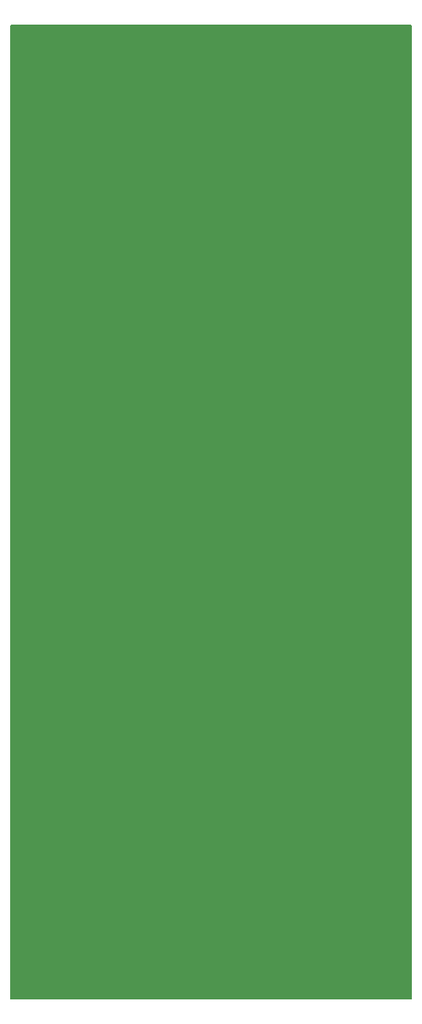
<source format=gbr>
G04 #@! TF.GenerationSoftware,KiCad,Pcbnew,(5.0.0)*
G04 #@! TF.CreationDate,2019-02-10T16:52:56+01:00*
G04 #@! TF.ProjectId,MrReflow,4D725265666C6F772E6B696361645F70,rev?*
G04 #@! TF.SameCoordinates,Original*
G04 #@! TF.FileFunction,Profile,NP*
%FSLAX46Y46*%
G04 Gerber Fmt 4.6, Leading zero omitted, Abs format (unit mm)*
G04 Created by KiCad (PCBNEW (5.0.0)) date 02/10/19 16:52:56*
%MOMM*%
%LPD*%
G01*
G04 APERTURE LIST*
%ADD10C,0.150000*%
G04 APERTURE END LIST*
D10*
G36*
X181610000Y-135255000D02*
X181610000Y-38100000D01*
X141605000Y-38100000D01*
X141605000Y-135255000D01*
X181610000Y-135255000D01*
G37*
X181610000Y-135255000D02*
X181610000Y-38100000D01*
X141605000Y-38100000D01*
X141605000Y-135255000D01*
X181610000Y-135255000D01*
M02*

</source>
